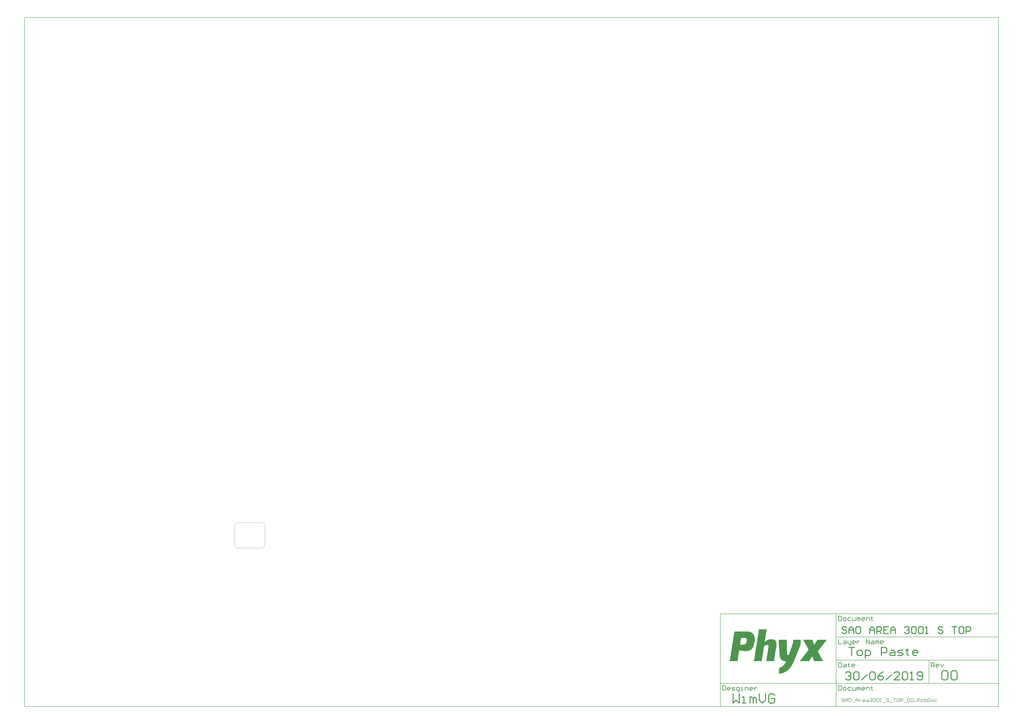
<source format=gtp>
G04*
G04 #@! TF.GenerationSoftware,Altium Limited,Altium Designer,18.1.11 (251)*
G04*
G04 Layer_Color=8421504*
%FSLAX25Y25*%
%MOIN*%
G70*
G01*
G75*
%ADD10C,0.01575*%
%ADD11C,0.00394*%
%ADD12C,0.00787*%
%ADD13C,0.00984*%
G36*
X872201Y-141778D02*
X873919D01*
Y-142065D01*
X874778D01*
Y-142351D01*
X875637D01*
Y-142637D01*
X876496D01*
Y-142924D01*
X877069D01*
Y-143210D01*
X877355D01*
Y-143496D01*
X877928D01*
Y-143783D01*
X878214D01*
Y-144069D01*
X878786D01*
Y-144355D01*
X879073D01*
Y-144641D01*
X879359D01*
Y-144928D01*
X879646D01*
Y-145214D01*
X879932D01*
Y-145501D01*
X880218D01*
Y-145787D01*
X880504D01*
Y-146073D01*
Y-146359D01*
X880791D01*
Y-146646D01*
X881077D01*
Y-146932D01*
Y-147218D01*
X881363D01*
Y-147505D01*
X881650D01*
Y-147791D01*
Y-148077D01*
X881936D01*
Y-148364D01*
Y-148650D01*
Y-148936D01*
X882222D01*
Y-149223D01*
Y-149509D01*
Y-149795D01*
X882509D01*
Y-150082D01*
Y-150368D01*
Y-150654D01*
Y-150940D01*
X882795D01*
Y-151227D01*
Y-151513D01*
Y-151799D01*
Y-152086D01*
Y-152372D01*
X883081D01*
Y-152658D01*
Y-152945D01*
Y-153231D01*
Y-153517D01*
Y-153804D01*
Y-154090D01*
Y-154376D01*
Y-154663D01*
Y-154949D01*
Y-155235D01*
Y-155521D01*
Y-155808D01*
Y-156094D01*
Y-156380D01*
Y-156667D01*
Y-156953D01*
Y-157239D01*
Y-157526D01*
Y-157812D01*
Y-158098D01*
X882795D01*
Y-158385D01*
Y-158671D01*
Y-158957D01*
Y-159244D01*
Y-159530D01*
Y-159816D01*
Y-160102D01*
X882509D01*
Y-160389D01*
Y-160675D01*
Y-160961D01*
Y-161248D01*
Y-161534D01*
X882222D01*
Y-161820D01*
Y-162107D01*
Y-162393D01*
Y-162679D01*
Y-162966D01*
X881936D01*
Y-163252D01*
Y-163538D01*
Y-163824D01*
X881650D01*
Y-164111D01*
Y-164397D01*
Y-164683D01*
Y-164970D01*
X881363D01*
Y-165256D01*
Y-165542D01*
Y-165829D01*
X881077D01*
Y-166115D01*
Y-166401D01*
X880791D01*
Y-166688D01*
Y-166974D01*
Y-167260D01*
X880504D01*
Y-167547D01*
Y-167833D01*
X880218D01*
Y-168119D01*
Y-168405D01*
X879932D01*
Y-168692D01*
Y-168978D01*
X879646D01*
Y-169264D01*
X879359D01*
Y-169551D01*
Y-169837D01*
X879073D01*
Y-170123D01*
X878786D01*
Y-170410D01*
X878500D01*
Y-170696D01*
Y-170982D01*
X878214D01*
Y-171269D01*
X877928D01*
Y-171555D01*
X877641D01*
Y-171841D01*
X877355D01*
Y-172127D01*
X877069D01*
Y-172414D01*
X876496D01*
Y-172700D01*
X876210D01*
Y-172986D01*
X875637D01*
Y-173273D01*
X875351D01*
Y-173559D01*
X874778D01*
Y-173845D01*
X873919D01*
Y-174132D01*
X873060D01*
Y-174418D01*
X872201D01*
Y-174704D01*
X870483D01*
Y-174991D01*
X865330D01*
Y-174704D01*
X862753D01*
Y-174418D01*
X860749D01*
Y-174132D01*
X859317D01*
Y-173845D01*
X857886D01*
Y-173559D01*
X856454D01*
Y-173845D01*
Y-174132D01*
Y-174418D01*
Y-174704D01*
Y-174991D01*
Y-175277D01*
Y-175563D01*
X856168D01*
Y-175850D01*
Y-176136D01*
Y-176422D01*
Y-176709D01*
Y-176995D01*
Y-177281D01*
X855882D01*
Y-177568D01*
Y-177854D01*
Y-178140D01*
Y-178426D01*
Y-178713D01*
Y-178999D01*
X855595D01*
Y-179285D01*
Y-179572D01*
Y-179858D01*
Y-180144D01*
Y-180431D01*
Y-180717D01*
Y-181003D01*
X855309D01*
Y-181290D01*
Y-181576D01*
Y-181862D01*
Y-182149D01*
Y-182435D01*
Y-182721D01*
X855023D01*
Y-183007D01*
Y-183294D01*
Y-183580D01*
Y-183866D01*
Y-184153D01*
Y-184439D01*
X854736D01*
Y-184725D01*
Y-185012D01*
Y-185298D01*
Y-185584D01*
Y-185871D01*
Y-186157D01*
Y-186443D01*
X854450D01*
Y-186730D01*
Y-187016D01*
Y-187302D01*
Y-187588D01*
Y-187875D01*
Y-188161D01*
X854164D01*
Y-188447D01*
Y-188734D01*
Y-189020D01*
Y-189306D01*
Y-189593D01*
Y-189879D01*
X853877D01*
Y-190165D01*
Y-190452D01*
Y-190738D01*
Y-191024D01*
Y-191311D01*
Y-191597D01*
Y-191883D01*
X840421D01*
Y-191597D01*
X840707D01*
Y-191311D01*
Y-191024D01*
Y-190738D01*
Y-190452D01*
Y-190165D01*
X840993D01*
Y-189879D01*
Y-189593D01*
Y-189306D01*
Y-189020D01*
Y-188734D01*
Y-188447D01*
Y-188161D01*
X841280D01*
Y-187875D01*
Y-187588D01*
Y-187302D01*
Y-187016D01*
Y-186730D01*
Y-186443D01*
X841566D01*
Y-186157D01*
Y-185871D01*
Y-185584D01*
Y-185298D01*
Y-185012D01*
Y-184725D01*
X841852D01*
Y-184439D01*
Y-184153D01*
Y-183866D01*
Y-183580D01*
Y-183294D01*
Y-183007D01*
Y-182721D01*
X842138D01*
Y-182435D01*
Y-182149D01*
Y-181862D01*
Y-181576D01*
Y-181290D01*
Y-181003D01*
X842425D01*
Y-180717D01*
Y-180431D01*
Y-180144D01*
Y-179858D01*
Y-179572D01*
Y-179285D01*
X842711D01*
Y-178999D01*
Y-178713D01*
Y-178426D01*
Y-178140D01*
Y-177854D01*
Y-177568D01*
X842997D01*
Y-177281D01*
Y-176995D01*
Y-176709D01*
Y-176422D01*
Y-176136D01*
Y-175850D01*
Y-175563D01*
X843284D01*
Y-175277D01*
Y-174991D01*
Y-174704D01*
Y-174418D01*
Y-174132D01*
Y-173845D01*
X843570D01*
Y-173559D01*
Y-173273D01*
Y-172986D01*
Y-172700D01*
Y-172414D01*
Y-172127D01*
X843856D01*
Y-171841D01*
Y-171555D01*
Y-171269D01*
Y-170982D01*
Y-170696D01*
Y-170410D01*
X844143D01*
Y-170123D01*
Y-169837D01*
Y-169551D01*
Y-169264D01*
Y-168978D01*
Y-168692D01*
Y-168405D01*
X844429D01*
Y-168119D01*
Y-167833D01*
Y-167547D01*
Y-167260D01*
Y-166974D01*
Y-166688D01*
X844715D01*
Y-166401D01*
Y-166115D01*
Y-165829D01*
Y-165542D01*
Y-165256D01*
Y-164970D01*
X845002D01*
Y-164683D01*
Y-164397D01*
Y-164111D01*
Y-163824D01*
Y-163538D01*
Y-163252D01*
Y-162966D01*
X845288D01*
Y-162679D01*
Y-162393D01*
Y-162107D01*
Y-161820D01*
Y-161534D01*
Y-161248D01*
X845574D01*
Y-160961D01*
Y-160675D01*
Y-160389D01*
Y-160102D01*
Y-159816D01*
Y-159530D01*
X845861D01*
Y-159244D01*
Y-158957D01*
Y-158671D01*
Y-158385D01*
Y-158098D01*
Y-157812D01*
X846147D01*
Y-157526D01*
Y-157239D01*
Y-156953D01*
Y-156667D01*
Y-156380D01*
Y-156094D01*
Y-155808D01*
X846433D01*
Y-155521D01*
Y-155235D01*
Y-154949D01*
Y-154663D01*
Y-154376D01*
Y-154090D01*
X846719D01*
Y-153804D01*
Y-153517D01*
Y-153231D01*
Y-152945D01*
Y-152658D01*
Y-152372D01*
X847006D01*
Y-152086D01*
Y-151799D01*
Y-151513D01*
Y-151227D01*
Y-150940D01*
Y-150654D01*
Y-150368D01*
X847292D01*
Y-150082D01*
Y-149795D01*
Y-149509D01*
Y-149223D01*
Y-148936D01*
Y-148650D01*
X847578D01*
Y-148364D01*
Y-148077D01*
Y-147791D01*
Y-147505D01*
Y-147218D01*
Y-146932D01*
X847865D01*
Y-146646D01*
Y-146359D01*
Y-146073D01*
Y-145787D01*
Y-145501D01*
Y-145214D01*
Y-144928D01*
X848151D01*
Y-144641D01*
Y-144355D01*
Y-144069D01*
Y-143783D01*
Y-143496D01*
Y-143210D01*
X848437D01*
Y-142924D01*
Y-142637D01*
Y-142351D01*
Y-142065D01*
Y-141778D01*
Y-141492D01*
X872201D01*
Y-141778D01*
D02*
G37*
G36*
X903409Y-138343D02*
Y-138629D01*
X903123D01*
Y-138915D01*
Y-139202D01*
Y-139488D01*
Y-139774D01*
Y-140060D01*
Y-140347D01*
X902837D01*
Y-140633D01*
Y-140919D01*
Y-141206D01*
Y-141492D01*
Y-141778D01*
Y-142065D01*
X902551D01*
Y-142351D01*
Y-142637D01*
Y-142924D01*
Y-143210D01*
Y-143496D01*
Y-143783D01*
Y-144069D01*
X902264D01*
Y-144355D01*
Y-144641D01*
Y-144928D01*
Y-145214D01*
Y-145501D01*
Y-145787D01*
X901978D01*
Y-146073D01*
Y-146359D01*
Y-146646D01*
Y-146932D01*
Y-147218D01*
Y-147505D01*
X901692D01*
Y-147791D01*
Y-148077D01*
Y-148364D01*
Y-148650D01*
Y-148936D01*
Y-149223D01*
Y-149509D01*
X901405D01*
Y-149795D01*
Y-150082D01*
Y-150368D01*
Y-150654D01*
Y-150940D01*
Y-151227D01*
X901119D01*
Y-151513D01*
Y-151799D01*
Y-152086D01*
Y-152372D01*
Y-152658D01*
Y-152945D01*
X900833D01*
Y-153231D01*
Y-153517D01*
Y-153804D01*
Y-154090D01*
Y-154376D01*
Y-154663D01*
X900546D01*
Y-154949D01*
Y-155235D01*
Y-155521D01*
Y-155808D01*
Y-156094D01*
Y-156380D01*
Y-156667D01*
X900260D01*
Y-156953D01*
Y-157239D01*
Y-157526D01*
Y-157812D01*
Y-158098D01*
Y-158385D01*
X899974D01*
Y-158671D01*
Y-158957D01*
X900546D01*
Y-158671D01*
X900833D01*
Y-158385D01*
X901119D01*
Y-158098D01*
X901692D01*
Y-157812D01*
X901978D01*
Y-157526D01*
X902264D01*
Y-157239D01*
X902837D01*
Y-156953D01*
X903409D01*
Y-156667D01*
X903696D01*
Y-156380D01*
X904268D01*
Y-156094D01*
X905127D01*
Y-155808D01*
X905700D01*
Y-155521D01*
X906559D01*
Y-155235D01*
X907990D01*
Y-154949D01*
X914289D01*
Y-155235D01*
X915435D01*
Y-155521D01*
X916294D01*
Y-155808D01*
X916866D01*
Y-156094D01*
X917153D01*
Y-156380D01*
X917725D01*
Y-156667D01*
X918011D01*
Y-156953D01*
X918298D01*
Y-157239D01*
X918584D01*
Y-157526D01*
X918870D01*
Y-157812D01*
Y-158098D01*
X919157D01*
Y-158385D01*
Y-158671D01*
X919443D01*
Y-158957D01*
Y-159244D01*
Y-159530D01*
X919729D01*
Y-159816D01*
Y-160102D01*
Y-160389D01*
Y-160675D01*
X920016D01*
Y-160961D01*
Y-161248D01*
Y-161534D01*
Y-161820D01*
Y-162107D01*
Y-162393D01*
Y-162679D01*
Y-162966D01*
Y-163252D01*
Y-163538D01*
Y-163824D01*
Y-164111D01*
Y-164397D01*
Y-164683D01*
Y-164970D01*
Y-165256D01*
Y-165542D01*
Y-165829D01*
X919729D01*
Y-166115D01*
Y-166401D01*
Y-166688D01*
Y-166974D01*
Y-167260D01*
Y-167547D01*
Y-167833D01*
X919443D01*
Y-168119D01*
Y-168405D01*
Y-168692D01*
Y-168978D01*
Y-169264D01*
Y-169551D01*
Y-169837D01*
X919157D01*
Y-170123D01*
Y-170410D01*
Y-170696D01*
Y-170982D01*
Y-171269D01*
Y-171555D01*
X918870D01*
Y-171841D01*
Y-172127D01*
Y-172414D01*
Y-172700D01*
Y-172986D01*
Y-173273D01*
X918584D01*
Y-173559D01*
Y-173845D01*
Y-174132D01*
Y-174418D01*
Y-174704D01*
Y-174991D01*
X918298D01*
Y-175277D01*
Y-175563D01*
Y-175850D01*
Y-176136D01*
Y-176422D01*
Y-176709D01*
Y-176995D01*
X918011D01*
Y-177281D01*
Y-177568D01*
Y-177854D01*
Y-178140D01*
Y-178426D01*
Y-178713D01*
X917725D01*
Y-178999D01*
Y-179285D01*
Y-179572D01*
Y-179858D01*
Y-180144D01*
Y-180431D01*
X917439D01*
Y-180717D01*
Y-181003D01*
Y-181290D01*
Y-181576D01*
Y-181862D01*
Y-182149D01*
Y-182435D01*
X917153D01*
Y-182721D01*
Y-183007D01*
Y-183294D01*
Y-183580D01*
Y-183866D01*
Y-184153D01*
X916866D01*
Y-184439D01*
Y-184725D01*
Y-185012D01*
Y-185298D01*
Y-185584D01*
Y-185871D01*
X916580D01*
Y-186157D01*
Y-186443D01*
Y-186730D01*
Y-187016D01*
Y-187302D01*
Y-187588D01*
X916294D01*
Y-187875D01*
Y-188161D01*
Y-188447D01*
Y-188734D01*
Y-189020D01*
Y-189306D01*
Y-189593D01*
X916007D01*
Y-189879D01*
Y-190165D01*
Y-190452D01*
Y-190738D01*
Y-191024D01*
Y-191311D01*
X915721D01*
Y-191597D01*
Y-191883D01*
X902551D01*
Y-191597D01*
Y-191311D01*
X902837D01*
Y-191024D01*
Y-190738D01*
Y-190452D01*
Y-190165D01*
Y-189879D01*
Y-189593D01*
X903123D01*
Y-189306D01*
Y-189020D01*
Y-188734D01*
Y-188447D01*
Y-188161D01*
Y-187875D01*
Y-187588D01*
X903409D01*
Y-187302D01*
Y-187016D01*
Y-186730D01*
Y-186443D01*
Y-186157D01*
Y-185871D01*
X903696D01*
Y-185584D01*
Y-185298D01*
Y-185012D01*
Y-184725D01*
Y-184439D01*
Y-184153D01*
X903982D01*
Y-183866D01*
Y-183580D01*
Y-183294D01*
Y-183007D01*
Y-182721D01*
Y-182435D01*
Y-182149D01*
X904268D01*
Y-181862D01*
Y-181576D01*
Y-181290D01*
Y-181003D01*
Y-180717D01*
Y-180431D01*
X904555D01*
Y-180144D01*
Y-179858D01*
Y-179572D01*
Y-179285D01*
Y-178999D01*
Y-178713D01*
Y-178426D01*
X904841D01*
Y-178140D01*
Y-177854D01*
Y-177568D01*
Y-177281D01*
Y-176995D01*
Y-176709D01*
X905127D01*
Y-176422D01*
Y-176136D01*
Y-175850D01*
Y-175563D01*
Y-175277D01*
Y-174991D01*
X905414D01*
Y-174704D01*
Y-174418D01*
Y-174132D01*
Y-173845D01*
Y-173559D01*
Y-173273D01*
X905700D01*
Y-172986D01*
Y-172700D01*
Y-172414D01*
Y-172127D01*
Y-171841D01*
Y-171555D01*
Y-171269D01*
X905986D01*
Y-170982D01*
Y-170696D01*
Y-170410D01*
Y-170123D01*
Y-169837D01*
Y-169551D01*
X906273D01*
Y-169264D01*
Y-168978D01*
Y-168692D01*
Y-168405D01*
Y-168119D01*
Y-167833D01*
Y-167547D01*
X906559D01*
Y-167260D01*
Y-166974D01*
Y-166688D01*
Y-166401D01*
Y-166115D01*
Y-165829D01*
X906273D01*
Y-165542D01*
Y-165256D01*
X905986D01*
Y-164970D01*
X905700D01*
Y-164683D01*
X905127D01*
Y-164397D01*
X903409D01*
Y-164683D01*
X901978D01*
Y-164970D01*
X901119D01*
Y-165256D01*
X900546D01*
Y-165542D01*
X900260D01*
Y-165829D01*
X899687D01*
Y-166115D01*
X899401D01*
Y-166401D01*
X899115D01*
Y-166688D01*
Y-166974D01*
X898828D01*
Y-167260D01*
Y-167547D01*
Y-167833D01*
X898542D01*
Y-168119D01*
Y-168405D01*
Y-168692D01*
Y-168978D01*
Y-169264D01*
Y-169551D01*
X898256D01*
Y-169837D01*
Y-170123D01*
Y-170410D01*
Y-170696D01*
Y-170982D01*
Y-171269D01*
Y-171555D01*
X897970D01*
Y-171841D01*
Y-172127D01*
Y-172414D01*
Y-172700D01*
Y-172986D01*
Y-173273D01*
X897683D01*
Y-173559D01*
Y-173845D01*
Y-174132D01*
Y-174418D01*
Y-174704D01*
Y-174991D01*
X897397D01*
Y-175277D01*
Y-175563D01*
Y-175850D01*
Y-176136D01*
Y-176422D01*
Y-176709D01*
X897111D01*
Y-176995D01*
Y-177281D01*
Y-177568D01*
Y-177854D01*
Y-178140D01*
Y-178426D01*
Y-178713D01*
X896824D01*
Y-178999D01*
Y-179285D01*
Y-179572D01*
Y-179858D01*
Y-180144D01*
Y-180431D01*
X896538D01*
Y-180717D01*
Y-181003D01*
Y-181290D01*
Y-181576D01*
Y-181862D01*
Y-182149D01*
X896252D01*
Y-182435D01*
Y-182721D01*
Y-183007D01*
Y-183294D01*
Y-183580D01*
Y-183866D01*
Y-184153D01*
X895965D01*
Y-184439D01*
Y-184725D01*
Y-185012D01*
Y-185298D01*
Y-185584D01*
Y-185871D01*
X895679D01*
Y-186157D01*
Y-186443D01*
Y-186730D01*
Y-187016D01*
Y-187302D01*
Y-187588D01*
X895393D01*
Y-187875D01*
Y-188161D01*
Y-188447D01*
Y-188734D01*
Y-189020D01*
Y-189306D01*
X895106D01*
Y-189593D01*
Y-189879D01*
Y-190165D01*
Y-190452D01*
Y-190738D01*
Y-191024D01*
Y-191311D01*
X894820D01*
Y-191597D01*
Y-191883D01*
X881650D01*
Y-191597D01*
Y-191311D01*
X881936D01*
Y-191024D01*
Y-190738D01*
Y-190452D01*
Y-190165D01*
Y-189879D01*
Y-189593D01*
Y-189306D01*
X882222D01*
Y-189020D01*
Y-188734D01*
Y-188447D01*
Y-188161D01*
Y-187875D01*
Y-187588D01*
X882509D01*
Y-187302D01*
Y-187016D01*
Y-186730D01*
Y-186443D01*
Y-186157D01*
Y-185871D01*
X882795D01*
Y-185584D01*
Y-185298D01*
Y-185012D01*
Y-184725D01*
Y-184439D01*
Y-184153D01*
Y-183866D01*
X883081D01*
Y-183580D01*
Y-183294D01*
Y-183007D01*
Y-182721D01*
Y-182435D01*
Y-182149D01*
X883368D01*
Y-181862D01*
Y-181576D01*
Y-181290D01*
Y-181003D01*
Y-180717D01*
Y-180431D01*
X883654D01*
Y-180144D01*
Y-179858D01*
Y-179572D01*
Y-179285D01*
Y-178999D01*
Y-178713D01*
X883940D01*
Y-178426D01*
Y-178140D01*
Y-177854D01*
Y-177568D01*
Y-177281D01*
Y-176995D01*
Y-176709D01*
X884227D01*
Y-176422D01*
Y-176136D01*
Y-175850D01*
Y-175563D01*
Y-175277D01*
Y-174991D01*
X884513D01*
Y-174704D01*
Y-174418D01*
Y-174132D01*
Y-173845D01*
Y-173559D01*
Y-173273D01*
X884799D01*
Y-172986D01*
Y-172700D01*
Y-172414D01*
Y-172127D01*
Y-171841D01*
Y-171555D01*
Y-171269D01*
X885085D01*
Y-170982D01*
Y-170696D01*
Y-170410D01*
Y-170123D01*
Y-169837D01*
Y-169551D01*
X885372D01*
Y-169264D01*
Y-168978D01*
Y-168692D01*
Y-168405D01*
Y-168119D01*
Y-167833D01*
X885658D01*
Y-167547D01*
Y-167260D01*
Y-166974D01*
Y-166688D01*
Y-166401D01*
Y-166115D01*
X885944D01*
Y-165829D01*
Y-165542D01*
Y-165256D01*
Y-164970D01*
Y-164683D01*
Y-164397D01*
Y-164111D01*
X886231D01*
Y-163824D01*
Y-163538D01*
Y-163252D01*
Y-162966D01*
Y-162679D01*
Y-162393D01*
X886517D01*
Y-162107D01*
Y-161820D01*
Y-161534D01*
Y-161248D01*
Y-160961D01*
Y-160675D01*
X886803D01*
Y-160389D01*
Y-160102D01*
Y-159816D01*
Y-159530D01*
Y-159244D01*
Y-158957D01*
X887090D01*
Y-158671D01*
Y-158385D01*
Y-158098D01*
Y-157812D01*
Y-157526D01*
Y-157239D01*
Y-156953D01*
X887376D01*
Y-156667D01*
Y-156380D01*
Y-156094D01*
Y-155808D01*
Y-155521D01*
Y-155235D01*
X887662D01*
Y-154949D01*
Y-154663D01*
Y-154376D01*
Y-154090D01*
Y-153804D01*
Y-153517D01*
X887949D01*
Y-153231D01*
Y-152945D01*
Y-152658D01*
Y-152372D01*
Y-152086D01*
Y-151799D01*
Y-151513D01*
X888235D01*
Y-151227D01*
Y-150940D01*
Y-150654D01*
Y-150368D01*
Y-150082D01*
Y-149795D01*
X888521D01*
Y-149509D01*
Y-149223D01*
Y-148936D01*
Y-148650D01*
Y-148364D01*
Y-148077D01*
X888807D01*
Y-147791D01*
Y-147505D01*
Y-147218D01*
Y-146932D01*
Y-146646D01*
Y-146359D01*
X889094D01*
Y-146073D01*
Y-145787D01*
Y-145501D01*
Y-145214D01*
Y-144928D01*
Y-144641D01*
Y-144355D01*
X889380D01*
Y-144069D01*
Y-143783D01*
Y-143496D01*
Y-143210D01*
Y-142924D01*
Y-142637D01*
X889666D01*
Y-142351D01*
Y-142065D01*
Y-141778D01*
Y-141492D01*
Y-141206D01*
Y-140919D01*
X889953D01*
Y-140633D01*
Y-140347D01*
Y-140060D01*
Y-139774D01*
Y-139488D01*
Y-139202D01*
Y-138915D01*
X890239D01*
Y-138629D01*
Y-138343D01*
Y-138056D01*
X903409D01*
Y-138343D01*
D02*
G37*
G36*
X1005337Y-155808D02*
X1005050D01*
Y-156094D01*
X1004764D01*
Y-156380D01*
Y-156667D01*
X1004478D01*
Y-156953D01*
X1004192D01*
Y-157239D01*
X1003905D01*
Y-157526D01*
Y-157812D01*
X1003619D01*
Y-158098D01*
X1003333D01*
Y-158385D01*
X1003046D01*
Y-158671D01*
X1002760D01*
Y-158957D01*
Y-159244D01*
X1002474D01*
Y-159530D01*
X1002187D01*
Y-159816D01*
X1001901D01*
Y-160102D01*
Y-160389D01*
X1001615D01*
Y-160675D01*
X1001328D01*
Y-160961D01*
X1001042D01*
Y-161248D01*
X1000756D01*
Y-161534D01*
Y-161820D01*
X1000469D01*
Y-162107D01*
X1000183D01*
Y-162393D01*
X999897D01*
Y-162679D01*
Y-162966D01*
X999611D01*
Y-163252D01*
X999324D01*
Y-163538D01*
X999038D01*
Y-163824D01*
Y-164111D01*
X998752D01*
Y-164397D01*
X998465D01*
Y-164683D01*
X998179D01*
Y-164970D01*
X997893D01*
Y-165256D01*
Y-165542D01*
X997606D01*
Y-165829D01*
X997320D01*
Y-166115D01*
X997034D01*
Y-166401D01*
Y-166688D01*
X996747D01*
Y-166974D01*
X996461D01*
Y-167260D01*
X996175D01*
Y-167547D01*
Y-167833D01*
X995889D01*
Y-168119D01*
X995602D01*
Y-168405D01*
X995316D01*
Y-168692D01*
X995030D01*
Y-168978D01*
Y-169264D01*
X994743D01*
Y-169551D01*
X994457D01*
Y-169837D01*
X994171D01*
Y-170123D01*
Y-170410D01*
X993884D01*
Y-170696D01*
X993598D01*
Y-170982D01*
X993312D01*
Y-171269D01*
Y-171555D01*
X993025D01*
Y-171841D01*
X992739D01*
Y-172127D01*
X992453D01*
Y-172414D01*
X992166D01*
Y-172700D01*
Y-172986D01*
X991880D01*
Y-173273D01*
X991594D01*
Y-173559D01*
X991308D01*
Y-173845D01*
Y-174132D01*
X991021D01*
Y-174418D01*
X990735D01*
Y-174704D01*
X990449D01*
Y-174991D01*
X990162D01*
Y-175277D01*
Y-175563D01*
X990449D01*
Y-175850D01*
Y-176136D01*
X990735D01*
Y-176422D01*
Y-176709D01*
X991021D01*
Y-176995D01*
X991308D01*
Y-177281D01*
Y-177568D01*
X991594D01*
Y-177854D01*
Y-178140D01*
X991880D01*
Y-178426D01*
Y-178713D01*
X992166D01*
Y-178999D01*
Y-179285D01*
X992453D01*
Y-179572D01*
Y-179858D01*
X992739D01*
Y-180144D01*
Y-180431D01*
X993025D01*
Y-180717D01*
Y-181003D01*
X993312D01*
Y-181290D01*
Y-181576D01*
X993598D01*
Y-181862D01*
X993884D01*
Y-182149D01*
Y-182435D01*
X994171D01*
Y-182721D01*
Y-183007D01*
X994457D01*
Y-183294D01*
Y-183580D01*
X994743D01*
Y-183866D01*
Y-184153D01*
X995030D01*
Y-184439D01*
Y-184725D01*
X995316D01*
Y-185012D01*
Y-185298D01*
X995602D01*
Y-185584D01*
Y-185871D01*
X995889D01*
Y-186157D01*
X996175D01*
Y-186443D01*
Y-186730D01*
X996461D01*
Y-187016D01*
Y-187302D01*
X996747D01*
Y-187588D01*
Y-187875D01*
X997034D01*
Y-188161D01*
Y-188447D01*
X997320D01*
Y-188734D01*
Y-189020D01*
X997606D01*
Y-189306D01*
Y-189593D01*
X997893D01*
Y-189879D01*
Y-190165D01*
X998179D01*
Y-190452D01*
X998465D01*
Y-190738D01*
Y-191024D01*
X998752D01*
Y-191311D01*
Y-191597D01*
X999038D01*
Y-191883D01*
X983863D01*
Y-191597D01*
X983577D01*
Y-191311D01*
Y-191024D01*
Y-190738D01*
X983291D01*
Y-190452D01*
Y-190165D01*
Y-189879D01*
X983004D01*
Y-189593D01*
Y-189306D01*
X982718D01*
Y-189020D01*
Y-188734D01*
Y-188447D01*
X982432D01*
Y-188161D01*
Y-187875D01*
Y-187588D01*
X982146D01*
Y-187302D01*
Y-187016D01*
X981859D01*
Y-186730D01*
Y-186443D01*
Y-186157D01*
X981573D01*
Y-185871D01*
Y-185584D01*
Y-185298D01*
X981287D01*
Y-185012D01*
Y-184725D01*
Y-184439D01*
X981000D01*
Y-184153D01*
X980428D01*
Y-184439D01*
Y-184725D01*
X980141D01*
Y-185012D01*
X979855D01*
Y-185298D01*
Y-185584D01*
X979569D01*
Y-185871D01*
X979282D01*
Y-186157D01*
Y-186443D01*
X978996D01*
Y-186730D01*
X978710D01*
Y-187016D01*
Y-187302D01*
X978423D01*
Y-187588D01*
X978137D01*
Y-187875D01*
X977851D01*
Y-188161D01*
Y-188447D01*
X977565D01*
Y-188734D01*
X977278D01*
Y-189020D01*
Y-189306D01*
X976992D01*
Y-189593D01*
X976705D01*
Y-189879D01*
Y-190165D01*
X976419D01*
Y-190452D01*
X976133D01*
Y-190738D01*
Y-191024D01*
X975847D01*
Y-191311D01*
X975560D01*
Y-191597D01*
Y-191883D01*
X959527D01*
Y-191597D01*
X959813D01*
Y-191311D01*
X960099D01*
Y-191024D01*
X960386D01*
Y-190738D01*
X960672D01*
Y-190452D01*
Y-190165D01*
X960958D01*
Y-189879D01*
X961245D01*
Y-189593D01*
X961531D01*
Y-189306D01*
X961817D01*
Y-189020D01*
Y-188734D01*
X962104D01*
Y-188447D01*
X962390D01*
Y-188161D01*
X962676D01*
Y-187875D01*
Y-187588D01*
X962963D01*
Y-187302D01*
X963249D01*
Y-187016D01*
X963535D01*
Y-186730D01*
X963822D01*
Y-186443D01*
Y-186157D01*
X964108D01*
Y-185871D01*
X964394D01*
Y-185584D01*
X964680D01*
Y-185298D01*
X964967D01*
Y-185012D01*
Y-184725D01*
X965253D01*
Y-184439D01*
X965539D01*
Y-184153D01*
X965826D01*
Y-183866D01*
Y-183580D01*
X966112D01*
Y-183294D01*
X966398D01*
Y-183007D01*
X966685D01*
Y-182721D01*
X966971D01*
Y-182435D01*
Y-182149D01*
X967257D01*
Y-181862D01*
X967544D01*
Y-181576D01*
X967830D01*
Y-181290D01*
Y-181003D01*
X968116D01*
Y-180717D01*
X968402D01*
Y-180431D01*
X968689D01*
Y-180144D01*
X968975D01*
Y-179858D01*
Y-179572D01*
X969261D01*
Y-179285D01*
X969548D01*
Y-178999D01*
X969834D01*
Y-178713D01*
Y-178426D01*
X970120D01*
Y-178140D01*
X970407D01*
Y-177854D01*
X970693D01*
Y-177568D01*
X970979D01*
Y-177281D01*
Y-176995D01*
X971266D01*
Y-176709D01*
X971552D01*
Y-176422D01*
X971838D01*
Y-176136D01*
X972124D01*
Y-175850D01*
Y-175563D01*
X972411D01*
Y-175277D01*
X972697D01*
Y-174991D01*
X972983D01*
Y-174704D01*
Y-174418D01*
X973270D01*
Y-174132D01*
X973556D01*
Y-173845D01*
X973842D01*
Y-173559D01*
X974129D01*
Y-173273D01*
Y-172986D01*
X974415D01*
Y-172700D01*
Y-172414D01*
Y-172127D01*
X974129D01*
Y-171841D01*
X973842D01*
Y-171555D01*
Y-171269D01*
X973556D01*
Y-170982D01*
Y-170696D01*
X973270D01*
Y-170410D01*
Y-170123D01*
X972983D01*
Y-169837D01*
Y-169551D01*
X972697D01*
Y-169264D01*
Y-168978D01*
X972411D01*
Y-168692D01*
Y-168405D01*
X972124D01*
Y-168119D01*
X971838D01*
Y-167833D01*
Y-167547D01*
X971552D01*
Y-167260D01*
Y-166974D01*
X971266D01*
Y-166688D01*
Y-166401D01*
X970979D01*
Y-166115D01*
Y-165829D01*
X970693D01*
Y-165542D01*
Y-165256D01*
X970407D01*
Y-164970D01*
Y-164683D01*
X970120D01*
Y-164397D01*
X969834D01*
Y-164111D01*
Y-163824D01*
X969548D01*
Y-163538D01*
Y-163252D01*
X969261D01*
Y-162966D01*
Y-162679D01*
X968975D01*
Y-162393D01*
Y-162107D01*
X968689D01*
Y-161820D01*
Y-161534D01*
X968402D01*
Y-161248D01*
Y-160961D01*
X968116D01*
Y-160675D01*
Y-160389D01*
X967830D01*
Y-160102D01*
X967544D01*
Y-159816D01*
Y-159530D01*
X967257D01*
Y-159244D01*
Y-158957D01*
X966971D01*
Y-158671D01*
Y-158385D01*
X966685D01*
Y-158098D01*
Y-157812D01*
X966398D01*
Y-157526D01*
Y-157239D01*
X966112D01*
Y-156953D01*
Y-156667D01*
X965826D01*
Y-156380D01*
X965539D01*
Y-156094D01*
Y-155808D01*
X965253D01*
Y-155521D01*
X981000D01*
Y-155808D01*
X981287D01*
Y-156094D01*
Y-156380D01*
Y-156667D01*
X981573D01*
Y-156953D01*
Y-157239D01*
Y-157526D01*
X981859D01*
Y-157812D01*
Y-158098D01*
Y-158385D01*
X982146D01*
Y-158671D01*
Y-158957D01*
Y-159244D01*
X982432D01*
Y-159530D01*
Y-159816D01*
Y-160102D01*
X982718D01*
Y-160389D01*
Y-160675D01*
Y-160961D01*
X983004D01*
Y-161248D01*
Y-161534D01*
Y-161820D01*
X983291D01*
Y-162107D01*
Y-162393D01*
Y-162679D01*
X983577D01*
Y-162966D01*
Y-163252D01*
Y-163538D01*
Y-163824D01*
X984150D01*
Y-163538D01*
X984436D01*
Y-163252D01*
X984722D01*
Y-162966D01*
Y-162679D01*
X985009D01*
Y-162393D01*
X985295D01*
Y-162107D01*
Y-161820D01*
X985581D01*
Y-161534D01*
X985868D01*
Y-161248D01*
Y-160961D01*
X986154D01*
Y-160675D01*
X986440D01*
Y-160389D01*
Y-160102D01*
X986726D01*
Y-159816D01*
X987013D01*
Y-159530D01*
Y-159244D01*
X987299D01*
Y-158957D01*
X987585D01*
Y-158671D01*
Y-158385D01*
X987872D01*
Y-158098D01*
X988158D01*
Y-157812D01*
Y-157526D01*
X988444D01*
Y-157239D01*
X988731D01*
Y-156953D01*
Y-156667D01*
X989017D01*
Y-156380D01*
X989303D01*
Y-156094D01*
Y-155808D01*
X989590D01*
Y-155521D01*
X1005337D01*
Y-155808D01*
D02*
G37*
G36*
X961245D02*
Y-156094D01*
Y-156380D01*
Y-156667D01*
Y-156953D01*
Y-157239D01*
Y-157526D01*
Y-157812D01*
Y-158098D01*
Y-158385D01*
Y-158671D01*
Y-158957D01*
Y-159244D01*
Y-159530D01*
Y-159816D01*
Y-160102D01*
Y-160389D01*
Y-160675D01*
Y-160961D01*
Y-161248D01*
Y-161534D01*
X960958D01*
Y-161820D01*
Y-162107D01*
Y-162393D01*
Y-162679D01*
Y-162966D01*
X960672D01*
Y-163252D01*
Y-163538D01*
Y-163824D01*
Y-164111D01*
X960386D01*
Y-164397D01*
Y-164683D01*
Y-164970D01*
Y-165256D01*
X960099D01*
Y-165542D01*
Y-165829D01*
Y-166115D01*
X959813D01*
Y-166401D01*
Y-166688D01*
Y-166974D01*
X959527D01*
Y-167260D01*
Y-167547D01*
Y-167833D01*
X959241D01*
Y-168119D01*
Y-168405D01*
Y-168692D01*
X958954D01*
Y-168978D01*
Y-169264D01*
X958668D01*
Y-169551D01*
Y-169837D01*
X958381D01*
Y-170123D01*
Y-170410D01*
Y-170696D01*
X958095D01*
Y-170982D01*
Y-171269D01*
X957809D01*
Y-171555D01*
Y-171841D01*
Y-172127D01*
X957523D01*
Y-172414D01*
Y-172700D01*
X957236D01*
Y-172986D01*
Y-173273D01*
Y-173559D01*
X956950D01*
Y-173845D01*
Y-174132D01*
X956664D01*
Y-174418D01*
Y-174704D01*
Y-174991D01*
X956377D01*
Y-175277D01*
Y-175563D01*
X956091D01*
Y-175850D01*
Y-176136D01*
Y-176422D01*
X955805D01*
Y-176709D01*
Y-176995D01*
X955518D01*
Y-177281D01*
Y-177568D01*
Y-177854D01*
X955232D01*
Y-178140D01*
Y-178426D01*
X954946D01*
Y-178713D01*
Y-178999D01*
Y-179285D01*
X954659D01*
Y-179572D01*
Y-179858D01*
X954373D01*
Y-180144D01*
Y-180431D01*
Y-180717D01*
X954087D01*
Y-181003D01*
Y-181290D01*
X953800D01*
Y-181576D01*
Y-181862D01*
Y-182149D01*
X953514D01*
Y-182435D01*
Y-182721D01*
X953228D01*
Y-183007D01*
Y-183294D01*
Y-183580D01*
X952942D01*
Y-183866D01*
Y-184153D01*
X952655D01*
Y-184439D01*
Y-184725D01*
Y-185012D01*
X952369D01*
Y-185298D01*
Y-185584D01*
X952083D01*
Y-185871D01*
Y-186157D01*
Y-186443D01*
X951796D01*
Y-186730D01*
Y-187016D01*
X951510D01*
Y-187302D01*
Y-187588D01*
Y-187875D01*
X951224D01*
Y-188161D01*
Y-188447D01*
X950937D01*
Y-188734D01*
Y-189020D01*
Y-189306D01*
X950651D01*
Y-189593D01*
Y-189879D01*
X950365D01*
Y-190165D01*
Y-190452D01*
Y-190738D01*
X950078D01*
Y-191024D01*
Y-191311D01*
X949792D01*
Y-191597D01*
Y-191883D01*
Y-192169D01*
X949506D01*
Y-192456D01*
Y-192742D01*
X949220D01*
Y-193028D01*
Y-193315D01*
X948933D01*
Y-193601D01*
Y-193887D01*
X948647D01*
Y-194174D01*
Y-194460D01*
Y-194746D01*
X948361D01*
Y-195033D01*
X948074D01*
Y-195319D01*
Y-195605D01*
Y-195891D01*
X947788D01*
Y-196178D01*
X947502D01*
Y-196464D01*
Y-196750D01*
X947215D01*
Y-197037D01*
Y-197323D01*
X946929D01*
Y-197609D01*
Y-197896D01*
X946643D01*
Y-198182D01*
Y-198468D01*
X946356D01*
Y-198755D01*
X946070D01*
Y-199041D01*
Y-199327D01*
X945784D01*
Y-199614D01*
Y-199900D01*
X945497D01*
Y-200186D01*
X945211D01*
Y-200472D01*
X944925D01*
Y-200759D01*
Y-201045D01*
X944639D01*
Y-201331D01*
X944352D01*
Y-201618D01*
Y-201904D01*
X944066D01*
Y-202190D01*
X943780D01*
Y-202477D01*
X943493D01*
Y-202763D01*
Y-203049D01*
X943207D01*
Y-203336D01*
X942921D01*
Y-203622D01*
X942634D01*
Y-203908D01*
X942348D01*
Y-204195D01*
X942062D01*
Y-204481D01*
Y-204767D01*
X941775D01*
Y-205053D01*
X941489D01*
Y-205340D01*
X941203D01*
Y-205626D01*
X940916D01*
Y-205912D01*
X940630D01*
Y-206199D01*
X940344D01*
Y-206485D01*
X940057D01*
Y-206771D01*
X939485D01*
Y-207058D01*
X939199D01*
Y-207344D01*
X938912D01*
Y-207630D01*
X938626D01*
Y-207917D01*
X938340D01*
Y-208203D01*
X937767D01*
Y-208489D01*
X937481D01*
Y-208776D01*
X936908D01*
Y-209062D01*
X936622D01*
Y-209348D01*
X936049D01*
Y-209634D01*
X935763D01*
Y-209921D01*
X935190D01*
Y-210207D01*
X934618D01*
Y-210493D01*
X934045D01*
Y-210780D01*
X933472D01*
Y-211066D01*
X932900D01*
Y-211352D01*
X932041D01*
Y-211639D01*
X931468D01*
Y-211925D01*
X930609D01*
Y-212211D01*
X929464D01*
Y-212498D01*
X928319D01*
Y-212784D01*
X926601D01*
Y-213070D01*
X924597D01*
Y-213357D01*
X924310D01*
Y-213070D01*
Y-212784D01*
Y-212498D01*
Y-212211D01*
Y-211925D01*
Y-211639D01*
Y-211352D01*
Y-211066D01*
Y-210780D01*
Y-210493D01*
Y-210207D01*
Y-209921D01*
Y-209634D01*
Y-209348D01*
Y-209062D01*
Y-208776D01*
Y-208489D01*
Y-208203D01*
Y-207917D01*
Y-207630D01*
Y-207344D01*
Y-207058D01*
Y-206771D01*
Y-206485D01*
Y-206199D01*
Y-205912D01*
Y-205626D01*
Y-205340D01*
Y-205053D01*
Y-204767D01*
Y-204481D01*
Y-204195D01*
Y-203908D01*
X924883D01*
Y-203622D01*
X925455D01*
Y-203336D01*
X926028D01*
Y-203049D01*
X926601D01*
Y-202763D01*
X927173D01*
Y-202477D01*
X927746D01*
Y-202190D01*
X928032D01*
Y-201904D01*
X928605D01*
Y-201618D01*
X928891D01*
Y-201331D01*
X929464D01*
Y-201045D01*
X929750D01*
Y-200759D01*
X930037D01*
Y-200472D01*
X930609D01*
Y-200186D01*
X930896D01*
Y-199900D01*
X931182D01*
Y-199614D01*
X931468D01*
Y-199327D01*
X931754D01*
Y-199041D01*
X932041D01*
Y-198755D01*
X932327D01*
Y-198468D01*
X932613D01*
Y-198182D01*
X932900D01*
Y-197896D01*
X933186D01*
Y-197609D01*
X933472D01*
Y-197323D01*
X933759D01*
Y-197037D01*
Y-196750D01*
X934045D01*
Y-196464D01*
X934331D01*
Y-196178D01*
X934618D01*
Y-195891D01*
Y-195605D01*
X934904D01*
Y-195319D01*
X935190D01*
Y-195033D01*
Y-194746D01*
X935476D01*
Y-194460D01*
Y-194174D01*
X935763D01*
Y-193887D01*
X936049D01*
Y-193601D01*
Y-193315D01*
X936335D01*
Y-193028D01*
Y-192742D01*
X936622D01*
Y-192456D01*
Y-192169D01*
X934904D01*
Y-191883D01*
X932900D01*
Y-191597D01*
X931754D01*
Y-191311D01*
X931182D01*
Y-191024D01*
X930323D01*
Y-190738D01*
X929750D01*
Y-190452D01*
X929464D01*
Y-190165D01*
X928891D01*
Y-189879D01*
X928605D01*
Y-189593D01*
X928319D01*
Y-189306D01*
X928032D01*
Y-189020D01*
X927746D01*
Y-188734D01*
X927460D01*
Y-188447D01*
Y-188161D01*
X927173D01*
Y-187875D01*
X926887D01*
Y-187588D01*
Y-187302D01*
X926601D01*
Y-187016D01*
Y-186730D01*
X926315D01*
Y-186443D01*
Y-186157D01*
X926028D01*
Y-185871D01*
Y-185584D01*
Y-185298D01*
X925742D01*
Y-185012D01*
Y-184725D01*
Y-184439D01*
Y-184153D01*
X925455D01*
Y-183866D01*
Y-183580D01*
Y-183294D01*
Y-183007D01*
Y-182721D01*
Y-182435D01*
Y-182149D01*
X925169D01*
Y-181862D01*
Y-181576D01*
Y-181290D01*
Y-181003D01*
Y-180717D01*
Y-180431D01*
Y-180144D01*
Y-179858D01*
Y-179572D01*
Y-179285D01*
Y-178999D01*
Y-178713D01*
Y-178426D01*
Y-178140D01*
Y-177854D01*
X924883D01*
Y-177568D01*
Y-177281D01*
Y-176995D01*
Y-176709D01*
Y-176422D01*
Y-176136D01*
Y-175850D01*
Y-175563D01*
Y-175277D01*
Y-174991D01*
Y-174704D01*
Y-174418D01*
Y-174132D01*
Y-173845D01*
Y-173559D01*
X924597D01*
Y-173273D01*
Y-172986D01*
Y-172700D01*
Y-172414D01*
Y-172127D01*
Y-171841D01*
Y-171555D01*
Y-171269D01*
Y-170982D01*
Y-170696D01*
Y-170410D01*
Y-170123D01*
Y-169837D01*
Y-169551D01*
Y-169264D01*
Y-168978D01*
X924310D01*
Y-168692D01*
Y-168405D01*
Y-168119D01*
Y-167833D01*
Y-167547D01*
Y-167260D01*
Y-166974D01*
Y-166688D01*
Y-166401D01*
Y-166115D01*
Y-165829D01*
Y-165542D01*
Y-165256D01*
Y-164970D01*
Y-164683D01*
Y-164397D01*
X924024D01*
Y-164111D01*
Y-163824D01*
Y-163538D01*
Y-163252D01*
Y-162966D01*
Y-162679D01*
Y-162393D01*
Y-162107D01*
Y-161820D01*
Y-161534D01*
Y-161248D01*
Y-160961D01*
Y-160675D01*
Y-160389D01*
X923738D01*
Y-160102D01*
Y-159816D01*
Y-159530D01*
Y-159244D01*
Y-158957D01*
Y-158671D01*
Y-158385D01*
Y-158098D01*
Y-157812D01*
Y-157526D01*
Y-157239D01*
Y-156953D01*
Y-156667D01*
Y-156380D01*
Y-156094D01*
Y-155808D01*
X923451D01*
Y-155521D01*
X937194D01*
Y-155808D01*
Y-156094D01*
Y-156380D01*
Y-156667D01*
Y-156953D01*
Y-157239D01*
Y-157526D01*
Y-157812D01*
Y-158098D01*
Y-158385D01*
Y-158671D01*
Y-158957D01*
Y-159244D01*
Y-159530D01*
X937481D01*
Y-159816D01*
Y-160102D01*
Y-160389D01*
Y-160675D01*
Y-160961D01*
Y-161248D01*
Y-161534D01*
Y-161820D01*
Y-162107D01*
Y-162393D01*
Y-162679D01*
Y-162966D01*
Y-163252D01*
Y-163538D01*
Y-163824D01*
Y-164111D01*
Y-164397D01*
Y-164683D01*
Y-164970D01*
Y-165256D01*
Y-165542D01*
Y-165829D01*
Y-166115D01*
Y-166401D01*
Y-166688D01*
Y-166974D01*
Y-167260D01*
Y-167547D01*
Y-167833D01*
Y-168119D01*
Y-168405D01*
Y-168692D01*
Y-168978D01*
Y-169264D01*
Y-169551D01*
Y-169837D01*
Y-170123D01*
Y-170410D01*
Y-170696D01*
Y-170982D01*
Y-171269D01*
X937767D01*
Y-171555D01*
X937481D01*
Y-171841D01*
Y-172127D01*
X937767D01*
Y-172414D01*
Y-172700D01*
Y-172986D01*
Y-173273D01*
Y-173559D01*
Y-173845D01*
Y-174132D01*
Y-174418D01*
Y-174704D01*
Y-174991D01*
Y-175277D01*
Y-175563D01*
Y-175850D01*
Y-176136D01*
Y-176422D01*
Y-176709D01*
Y-176995D01*
Y-177281D01*
Y-177568D01*
Y-177854D01*
Y-178140D01*
Y-178426D01*
Y-178713D01*
Y-178999D01*
Y-179285D01*
Y-179572D01*
X938053D01*
Y-179858D01*
Y-180144D01*
Y-180431D01*
X938340D01*
Y-180717D01*
X938626D01*
Y-181003D01*
X938912D01*
Y-181290D01*
X939771D01*
Y-181576D01*
X940630D01*
Y-181290D01*
X940916D01*
Y-181003D01*
Y-180717D01*
Y-180431D01*
X941203D01*
Y-180144D01*
Y-179858D01*
X941489D01*
Y-179572D01*
Y-179285D01*
Y-178999D01*
X941775D01*
Y-178713D01*
Y-178426D01*
Y-178140D01*
X942062D01*
Y-177854D01*
Y-177568D01*
Y-177281D01*
X942348D01*
Y-176995D01*
Y-176709D01*
Y-176422D01*
X942634D01*
Y-176136D01*
Y-175850D01*
X942921D01*
Y-175563D01*
Y-175277D01*
Y-174991D01*
X943207D01*
Y-174704D01*
Y-174418D01*
Y-174132D01*
X943493D01*
Y-173845D01*
Y-173559D01*
Y-173273D01*
X943780D01*
Y-172986D01*
Y-172700D01*
X944066D01*
Y-172414D01*
Y-172127D01*
Y-171841D01*
X944352D01*
Y-171555D01*
Y-171269D01*
Y-170982D01*
X944639D01*
Y-170696D01*
Y-170410D01*
Y-170123D01*
X944925D01*
Y-169837D01*
Y-169551D01*
X945211D01*
Y-169264D01*
Y-168978D01*
Y-168692D01*
X945497D01*
Y-168405D01*
Y-168119D01*
Y-167833D01*
X945784D01*
Y-167547D01*
Y-167260D01*
Y-166974D01*
X946070D01*
Y-166688D01*
Y-166401D01*
X946356D01*
Y-166115D01*
Y-165829D01*
Y-165542D01*
X946643D01*
Y-165256D01*
Y-164970D01*
Y-164683D01*
X946929D01*
Y-164397D01*
Y-164111D01*
Y-163824D01*
X947215D01*
Y-163538D01*
Y-163252D01*
Y-162966D01*
Y-162679D01*
X947502D01*
Y-162393D01*
Y-162107D01*
Y-161820D01*
Y-161534D01*
X947788D01*
Y-161248D01*
Y-160961D01*
Y-160675D01*
Y-160389D01*
Y-160102D01*
X948074D01*
Y-159816D01*
Y-159530D01*
Y-159244D01*
Y-158957D01*
Y-158671D01*
Y-158385D01*
X948361D01*
Y-158098D01*
Y-157812D01*
Y-157526D01*
Y-157239D01*
Y-156953D01*
Y-156667D01*
Y-156380D01*
Y-156094D01*
Y-155808D01*
Y-155521D01*
X961245D01*
Y-155808D01*
D02*
G37*
%LPC*%
G36*
X867907Y-152658D02*
X859890D01*
Y-152945D01*
Y-153231D01*
Y-153517D01*
Y-153804D01*
Y-154090D01*
X859604D01*
Y-154376D01*
Y-154663D01*
Y-154949D01*
Y-155235D01*
Y-155521D01*
Y-155808D01*
X859317D01*
Y-156094D01*
Y-156380D01*
Y-156667D01*
Y-156953D01*
Y-157239D01*
Y-157526D01*
X859031D01*
Y-157812D01*
Y-158098D01*
Y-158385D01*
Y-158671D01*
Y-158957D01*
Y-159244D01*
X858745D01*
Y-159530D01*
Y-159816D01*
Y-160102D01*
Y-160389D01*
Y-160675D01*
Y-160961D01*
Y-161248D01*
X858458D01*
Y-161534D01*
Y-161820D01*
Y-162107D01*
Y-162393D01*
Y-162679D01*
Y-162966D01*
X858172D01*
Y-163252D01*
Y-163538D01*
Y-163824D01*
X865330D01*
Y-163538D01*
X866475D01*
Y-163252D01*
X867048D01*
Y-162966D01*
X867334D01*
Y-162679D01*
X867620D01*
Y-162393D01*
X867907D01*
Y-162107D01*
X868193D01*
Y-161820D01*
Y-161534D01*
X868479D01*
Y-161248D01*
Y-160961D01*
X868766D01*
Y-160675D01*
Y-160389D01*
X869052D01*
Y-160102D01*
Y-159816D01*
Y-159530D01*
Y-159244D01*
X869338D01*
Y-158957D01*
Y-158671D01*
Y-158385D01*
Y-158098D01*
Y-157812D01*
X869625D01*
Y-157526D01*
Y-157239D01*
Y-156953D01*
Y-156667D01*
Y-156380D01*
Y-156094D01*
Y-155808D01*
Y-155521D01*
Y-155235D01*
Y-154949D01*
Y-154663D01*
X869338D01*
Y-154376D01*
Y-154090D01*
X869052D01*
Y-153804D01*
Y-153517D01*
X868766D01*
Y-153231D01*
X868479D01*
Y-152945D01*
X867907D01*
Y-152658D01*
D02*
G37*
%LPD*%
D10*
X1042921Y-168552D02*
X1052104D01*
X1047513D01*
Y-182327D01*
X1058992D02*
X1063584D01*
X1065879Y-180031D01*
Y-175439D01*
X1063584Y-173144D01*
X1058992D01*
X1056696Y-175439D01*
Y-180031D01*
X1058992Y-182327D01*
X1070471Y-186919D02*
Y-173144D01*
X1077359D01*
X1079655Y-175439D01*
Y-180031D01*
X1077359Y-182327D01*
X1070471D01*
X1098021D02*
Y-168552D01*
X1104909D01*
X1107205Y-170848D01*
Y-175439D01*
X1104909Y-177735D01*
X1098021D01*
X1114092Y-173144D02*
X1118684D01*
X1120980Y-175439D01*
Y-182327D01*
X1114092D01*
X1111796Y-180031D01*
X1114092Y-177735D01*
X1120980D01*
X1125571Y-182327D02*
X1132459D01*
X1134755Y-180031D01*
X1132459Y-177735D01*
X1127867D01*
X1125571Y-175439D01*
X1127867Y-173144D01*
X1134755D01*
X1141642Y-170848D02*
Y-173144D01*
X1139347D01*
X1143938D01*
X1141642D01*
Y-180031D01*
X1143938Y-182327D01*
X1157713D02*
X1153122D01*
X1150826Y-180031D01*
Y-175439D01*
X1153122Y-173144D01*
X1157713D01*
X1160009Y-175439D01*
Y-177735D01*
X1150826D01*
X846071Y-247293D02*
Y-263036D01*
X851318Y-257788D01*
X856566Y-263036D01*
Y-247293D01*
X861814Y-263036D02*
X867061D01*
X864437D01*
Y-252540D01*
X861814D01*
X874933Y-263036D02*
Y-252540D01*
X877556D01*
X880180Y-255164D01*
Y-263036D01*
Y-255164D01*
X882804Y-252540D01*
X885428Y-255164D01*
Y-263036D01*
X890676Y-247293D02*
Y-257788D01*
X895923Y-263036D01*
X901171Y-257788D01*
Y-247293D01*
X916914Y-249917D02*
X914290Y-247293D01*
X909042D01*
X906419Y-249917D01*
Y-260412D01*
X909042Y-263036D01*
X914290D01*
X916914Y-260412D01*
Y-255164D01*
X911666D01*
X1200401Y-210546D02*
X1203025Y-207923D01*
X1208273D01*
X1210897Y-210546D01*
Y-221042D01*
X1208273Y-223665D01*
X1203025D01*
X1200401Y-221042D01*
Y-210546D01*
X1216144D02*
X1218768Y-207923D01*
X1224016D01*
X1226639Y-210546D01*
Y-221042D01*
X1224016Y-223665D01*
X1218768D01*
X1216144Y-221042D01*
Y-210546D01*
X1037015Y-212186D02*
X1039311Y-209890D01*
X1043903D01*
X1046199Y-212186D01*
Y-214482D01*
X1043903Y-216778D01*
X1041607D01*
X1043903D01*
X1046199Y-219074D01*
Y-221370D01*
X1043903Y-223665D01*
X1039311D01*
X1037015Y-221370D01*
X1050791Y-212186D02*
X1053086Y-209890D01*
X1057678D01*
X1059974Y-212186D01*
Y-221370D01*
X1057678Y-223665D01*
X1053086D01*
X1050791Y-221370D01*
Y-212186D01*
X1064566Y-223665D02*
X1073749Y-214482D01*
X1078341Y-212186D02*
X1080637Y-209890D01*
X1085228D01*
X1087524Y-212186D01*
Y-221370D01*
X1085228Y-223665D01*
X1080637D01*
X1078341Y-221370D01*
Y-212186D01*
X1101299Y-209890D02*
X1096707Y-212186D01*
X1092116Y-216778D01*
Y-221370D01*
X1094412Y-223665D01*
X1099003D01*
X1101299Y-221370D01*
Y-219074D01*
X1099003Y-216778D01*
X1092116D01*
X1105891Y-223665D02*
X1115074Y-214482D01*
X1128849Y-223665D02*
X1119666D01*
X1128849Y-214482D01*
Y-212186D01*
X1126553Y-209890D01*
X1121962D01*
X1119666Y-212186D01*
X1133441D02*
X1135737Y-209890D01*
X1140329D01*
X1142624Y-212186D01*
Y-221370D01*
X1140329Y-223665D01*
X1135737D01*
X1133441Y-221370D01*
Y-212186D01*
X1147216Y-223665D02*
X1151808D01*
X1149512D01*
Y-209890D01*
X1147216Y-212186D01*
X1158695Y-221370D02*
X1160991Y-223665D01*
X1165583D01*
X1167879Y-221370D01*
Y-212186D01*
X1165583Y-209890D01*
X1160991D01*
X1158695Y-212186D01*
Y-214482D01*
X1160991Y-216778D01*
X1167879D01*
X1038981Y-135086D02*
X1037014Y-133118D01*
X1033078D01*
X1031110Y-135086D01*
Y-137054D01*
X1033078Y-139022D01*
X1037014D01*
X1038981Y-140990D01*
Y-142957D01*
X1037014Y-144925D01*
X1033078D01*
X1031110Y-142957D01*
X1042917Y-144925D02*
Y-137054D01*
X1046853Y-133118D01*
X1050789Y-137054D01*
Y-144925D01*
Y-139022D01*
X1042917D01*
X1060628Y-133118D02*
X1056692D01*
X1054724Y-135086D01*
Y-142957D01*
X1056692Y-144925D01*
X1060628D01*
X1062596Y-142957D01*
Y-135086D01*
X1060628Y-133118D01*
X1078339Y-144925D02*
Y-137054D01*
X1082275Y-133118D01*
X1086210Y-137054D01*
Y-144925D01*
Y-139022D01*
X1078339D01*
X1090146Y-144925D02*
Y-133118D01*
X1096049D01*
X1098017Y-135086D01*
Y-139022D01*
X1096049Y-140990D01*
X1090146D01*
X1094082D02*
X1098017Y-144925D01*
X1109825Y-133118D02*
X1101953D01*
Y-144925D01*
X1109825D01*
X1101953Y-139022D02*
X1105889D01*
X1113760Y-144925D02*
Y-137054D01*
X1117696Y-133118D01*
X1121632Y-137054D01*
Y-144925D01*
Y-139022D01*
X1113760D01*
X1137375Y-135086D02*
X1139343Y-133118D01*
X1143278D01*
X1145246Y-135086D01*
Y-137054D01*
X1143278Y-139022D01*
X1141310D01*
X1143278D01*
X1145246Y-140990D01*
Y-142957D01*
X1143278Y-144925D01*
X1139343D01*
X1137375Y-142957D01*
X1149182Y-135086D02*
X1151150Y-133118D01*
X1155085D01*
X1157053Y-135086D01*
Y-142957D01*
X1155085Y-144925D01*
X1151150D01*
X1149182Y-142957D01*
Y-135086D01*
X1160989D02*
X1162957Y-133118D01*
X1166893D01*
X1168861Y-135086D01*
Y-142957D01*
X1166893Y-144925D01*
X1162957D01*
X1160989Y-142957D01*
Y-135086D01*
X1172796Y-144925D02*
X1176732D01*
X1174764D01*
Y-133118D01*
X1172796Y-135086D01*
X1202314D02*
X1200346Y-133118D01*
X1196411D01*
X1194443Y-135086D01*
Y-137054D01*
X1196411Y-139022D01*
X1200346D01*
X1202314Y-140990D01*
Y-142957D01*
X1200346Y-144925D01*
X1196411D01*
X1194443Y-142957D01*
X1218057Y-133118D02*
X1225929D01*
X1221993D01*
Y-144925D01*
X1235768Y-133118D02*
X1231832D01*
X1229865Y-135086D01*
Y-142957D01*
X1231832Y-144925D01*
X1235768D01*
X1237736Y-142957D01*
Y-135086D01*
X1235768Y-133118D01*
X1241672Y-144925D02*
Y-133118D01*
X1247575D01*
X1249543Y-135086D01*
Y-139022D01*
X1247575Y-140990D01*
X1241672D01*
D11*
X5906Y43307D02*
G03*
X0Y37402I0J-5906D01*
G01*
X45276Y0D02*
G03*
X51181Y5906I0J5906D01*
G01*
X51181Y37402D02*
G03*
X45276Y43307I-5906J0D01*
G01*
X0Y5906D02*
G03*
X5906Y0I5906J0D01*
G01*
Y43307D02*
X45276D01*
X5906Y0D02*
X45276D01*
X51181Y5906D02*
Y37402D01*
X0Y5906D02*
Y37402D01*
D12*
X1178748Y-229571D02*
Y-190201D01*
X1021267Y-150831D02*
X1296858D01*
X1021267Y-190201D02*
X1296858D01*
X824417Y-229571D02*
X1296858D01*
X824417Y-111461D02*
X1296858D01*
X824417Y-268941D02*
Y-111461D01*
X1021267Y-268941D02*
Y-111461D01*
X-356685Y900350D02*
X1296858D01*
Y-268941D02*
Y900350D01*
X-356685Y-268941D02*
Y900350D01*
Y-268941D02*
X1296858D01*
X1035046Y-256147D02*
X1034062Y-255164D01*
X1032094D01*
X1031110Y-256147D01*
Y-257131D01*
X1032094Y-258115D01*
X1034062D01*
X1035046Y-259099D01*
Y-260083D01*
X1034062Y-261067D01*
X1032094D01*
X1031110Y-260083D01*
X1037014Y-261067D02*
Y-257131D01*
X1038981Y-255164D01*
X1040949Y-257131D01*
Y-261067D01*
Y-258115D01*
X1037014D01*
X1045869Y-255164D02*
X1043901D01*
X1042917Y-256147D01*
Y-260083D01*
X1043901Y-261067D01*
X1045869D01*
X1046853Y-260083D01*
Y-256147D01*
X1045869Y-255164D01*
X1048821Y-262051D02*
X1052757D01*
X1054724Y-261067D02*
Y-257131D01*
X1056692Y-255164D01*
X1058660Y-257131D01*
Y-261067D01*
Y-258115D01*
X1054724D01*
X1060628Y-257131D02*
Y-261067D01*
Y-259099D01*
X1061612Y-258115D01*
X1062596Y-257131D01*
X1063580D01*
X1069483Y-261067D02*
X1067515D01*
X1066531Y-260083D01*
Y-258115D01*
X1067515Y-257131D01*
X1069483D01*
X1070467Y-258115D01*
Y-259099D01*
X1066531D01*
X1073419Y-257131D02*
X1075387D01*
X1076371Y-258115D01*
Y-261067D01*
X1073419D01*
X1072435Y-260083D01*
X1073419Y-259099D01*
X1076371D01*
X1078339Y-256147D02*
X1079323Y-255164D01*
X1081291D01*
X1082275Y-256147D01*
Y-257131D01*
X1081291Y-258115D01*
X1080307D01*
X1081291D01*
X1082275Y-259099D01*
Y-260083D01*
X1081291Y-261067D01*
X1079323D01*
X1078339Y-260083D01*
X1084242Y-256147D02*
X1085226Y-255164D01*
X1087194D01*
X1088178Y-256147D01*
Y-260083D01*
X1087194Y-261067D01*
X1085226D01*
X1084242Y-260083D01*
Y-256147D01*
X1090146D02*
X1091130Y-255164D01*
X1093098D01*
X1094082Y-256147D01*
Y-260083D01*
X1093098Y-261067D01*
X1091130D01*
X1090146Y-260083D01*
Y-256147D01*
X1096049Y-261067D02*
X1098017D01*
X1097034D01*
Y-255164D01*
X1096049Y-256147D01*
X1100969Y-262051D02*
X1104905D01*
X1110808Y-256147D02*
X1109825Y-255164D01*
X1107857D01*
X1106873Y-256147D01*
Y-257131D01*
X1107857Y-258115D01*
X1109825D01*
X1110808Y-259099D01*
Y-260083D01*
X1109825Y-261067D01*
X1107857D01*
X1106873Y-260083D01*
X1112776Y-262051D02*
X1116712D01*
X1118680Y-255164D02*
X1122616D01*
X1120648D01*
Y-261067D01*
X1127535Y-255164D02*
X1125568D01*
X1124584Y-256147D01*
Y-260083D01*
X1125568Y-261067D01*
X1127535D01*
X1128519Y-260083D01*
Y-256147D01*
X1127535Y-255164D01*
X1130487Y-261067D02*
Y-255164D01*
X1133439D01*
X1134423Y-256147D01*
Y-258115D01*
X1133439Y-259099D01*
X1130487D01*
X1136391Y-262051D02*
X1140326D01*
X1142294Y-256147D02*
X1143278Y-255164D01*
X1145246D01*
X1146230Y-256147D01*
Y-260083D01*
X1145246Y-261067D01*
X1143278D01*
X1142294Y-260083D01*
Y-256147D01*
X1148198D02*
X1149182Y-255164D01*
X1151150D01*
X1152134Y-256147D01*
Y-260083D01*
X1151150Y-261067D01*
X1149182D01*
X1148198Y-260083D01*
Y-256147D01*
X1154102Y-261067D02*
Y-260083D01*
X1155085D01*
Y-261067D01*
X1154102D01*
X1159021D02*
Y-255164D01*
X1161973D01*
X1162957Y-256147D01*
Y-258115D01*
X1161973Y-259099D01*
X1159021D01*
X1168861Y-257131D02*
X1165909D01*
X1164925Y-258115D01*
Y-260083D01*
X1165909Y-261067D01*
X1168861D01*
X1170829Y-255164D02*
Y-261067D01*
X1173780D01*
X1174764Y-260083D01*
Y-259099D01*
Y-258115D01*
X1173780Y-257131D01*
X1170829D01*
X1176732Y-255164D02*
Y-261067D01*
X1179684D01*
X1180668Y-260083D01*
Y-256147D01*
X1179684Y-255164D01*
X1176732D01*
X1183620Y-261067D02*
X1185588D01*
X1186571Y-260083D01*
Y-258115D01*
X1185588Y-257131D01*
X1183620D01*
X1182636Y-258115D01*
Y-260083D01*
X1183620Y-261067D01*
X1192475Y-257131D02*
X1189523D01*
X1188539Y-258115D01*
Y-260083D01*
X1189523Y-261067D01*
X1192475D01*
D13*
X1182685Y-202012D02*
Y-194141D01*
X1186621D01*
X1187932Y-195452D01*
Y-198076D01*
X1186621Y-199388D01*
X1182685D01*
X1185308D02*
X1187932Y-202012D01*
X1194492D02*
X1191868D01*
X1190556Y-200700D01*
Y-198076D01*
X1191868Y-196764D01*
X1194492D01*
X1195804Y-198076D01*
Y-199388D01*
X1190556D01*
X1198428Y-196764D02*
X1201052Y-202012D01*
X1203675Y-196764D01*
X828354Y-233511D02*
Y-241382D01*
X832290D01*
X833602Y-240070D01*
Y-234823D01*
X832290Y-233511D01*
X828354D01*
X840161Y-241382D02*
X837537D01*
X836226Y-240070D01*
Y-237446D01*
X837537Y-236134D01*
X840161D01*
X841473Y-237446D01*
Y-238758D01*
X836226D01*
X844097Y-241382D02*
X848033D01*
X849345Y-240070D01*
X848033Y-238758D01*
X845409D01*
X844097Y-237446D01*
X845409Y-236134D01*
X849345D01*
X854592Y-244006D02*
X855904D01*
X857216Y-242694D01*
Y-236134D01*
X853280D01*
X851968Y-237446D01*
Y-240070D01*
X853280Y-241382D01*
X857216D01*
X859840D02*
X862464D01*
X861152D01*
Y-236134D01*
X859840D01*
X866399Y-241382D02*
Y-236134D01*
X870335D01*
X871647Y-237446D01*
Y-241382D01*
X878207D02*
X875583D01*
X874271Y-240070D01*
Y-237446D01*
X875583Y-236134D01*
X878207D01*
X879519Y-237446D01*
Y-238758D01*
X874271D01*
X882143Y-236134D02*
Y-241382D01*
Y-238758D01*
X883454Y-237446D01*
X884766Y-236134D01*
X886078D01*
X1025204Y-115400D02*
Y-123272D01*
X1029140D01*
X1030452Y-121960D01*
Y-116712D01*
X1029140Y-115400D01*
X1025204D01*
X1034388Y-123272D02*
X1037012D01*
X1038323Y-121960D01*
Y-119336D01*
X1037012Y-118024D01*
X1034388D01*
X1033076Y-119336D01*
Y-121960D01*
X1034388Y-123272D01*
X1046195Y-118024D02*
X1042259D01*
X1040947Y-119336D01*
Y-121960D01*
X1042259Y-123272D01*
X1046195D01*
X1048819Y-118024D02*
Y-121960D01*
X1050131Y-123272D01*
X1054066D01*
Y-118024D01*
X1056690Y-123272D02*
Y-118024D01*
X1058002D01*
X1059314Y-119336D01*
Y-123272D01*
Y-119336D01*
X1060626Y-118024D01*
X1061938Y-119336D01*
Y-123272D01*
X1068498D02*
X1065874D01*
X1064562Y-121960D01*
Y-119336D01*
X1065874Y-118024D01*
X1068498D01*
X1069810Y-119336D01*
Y-120648D01*
X1064562D01*
X1072433Y-123272D02*
Y-118024D01*
X1076369D01*
X1077681Y-119336D01*
Y-123272D01*
X1081617Y-116712D02*
Y-118024D01*
X1080305D01*
X1082929D01*
X1081617D01*
Y-121960D01*
X1082929Y-123272D01*
X1025204Y-154770D02*
Y-162642D01*
X1030452D01*
X1034388Y-157394D02*
X1037012D01*
X1038323Y-158706D01*
Y-162642D01*
X1034388D01*
X1033076Y-161330D01*
X1034388Y-160018D01*
X1038323D01*
X1040947Y-157394D02*
Y-161330D01*
X1042259Y-162642D01*
X1046195D01*
Y-163954D01*
X1044883Y-165266D01*
X1043571D01*
X1046195Y-162642D02*
Y-157394D01*
X1052755Y-162642D02*
X1050131D01*
X1048819Y-161330D01*
Y-158706D01*
X1050131Y-157394D01*
X1052755D01*
X1054066Y-158706D01*
Y-160018D01*
X1048819D01*
X1056690Y-157394D02*
Y-162642D01*
Y-160018D01*
X1058002Y-158706D01*
X1059314Y-157394D01*
X1060626D01*
X1072433Y-162642D02*
Y-154770D01*
X1077681Y-162642D01*
Y-154770D01*
X1081617Y-157394D02*
X1084241D01*
X1085552Y-158706D01*
Y-162642D01*
X1081617D01*
X1080305Y-161330D01*
X1081617Y-160018D01*
X1085552D01*
X1088176Y-162642D02*
Y-157394D01*
X1089488D01*
X1090800Y-158706D01*
Y-162642D01*
Y-158706D01*
X1092112Y-157394D01*
X1093424Y-158706D01*
Y-162642D01*
X1099984D02*
X1097360D01*
X1096048Y-161330D01*
Y-158706D01*
X1097360Y-157394D01*
X1099984D01*
X1101295Y-158706D01*
Y-160018D01*
X1096048D01*
X1025204Y-194141D02*
Y-202012D01*
X1029140D01*
X1030452Y-200700D01*
Y-195452D01*
X1029140Y-194141D01*
X1025204D01*
X1034388Y-196764D02*
X1037012D01*
X1038323Y-198076D01*
Y-202012D01*
X1034388D01*
X1033076Y-200700D01*
X1034388Y-199388D01*
X1038323D01*
X1042259Y-195452D02*
Y-196764D01*
X1040947D01*
X1043571D01*
X1042259D01*
Y-200700D01*
X1043571Y-202012D01*
X1051443D02*
X1048819D01*
X1047507Y-200700D01*
Y-198076D01*
X1048819Y-196764D01*
X1051443D01*
X1052755Y-198076D01*
Y-199388D01*
X1047507D01*
X1025204Y-233511D02*
Y-241382D01*
X1029140D01*
X1030452Y-240070D01*
Y-234823D01*
X1029140Y-233511D01*
X1025204D01*
X1034388Y-241382D02*
X1037012D01*
X1038323Y-240070D01*
Y-237446D01*
X1037012Y-236134D01*
X1034388D01*
X1033076Y-237446D01*
Y-240070D01*
X1034388Y-241382D01*
X1046195Y-236134D02*
X1042259D01*
X1040947Y-237446D01*
Y-240070D01*
X1042259Y-241382D01*
X1046195D01*
X1048819Y-236134D02*
Y-240070D01*
X1050131Y-241382D01*
X1054066D01*
Y-236134D01*
X1056690Y-241382D02*
Y-236134D01*
X1058002D01*
X1059314Y-237446D01*
Y-241382D01*
Y-237446D01*
X1060626Y-236134D01*
X1061938Y-237446D01*
Y-241382D01*
X1068498D02*
X1065874D01*
X1064562Y-240070D01*
Y-237446D01*
X1065874Y-236134D01*
X1068498D01*
X1069810Y-237446D01*
Y-238758D01*
X1064562D01*
X1072433Y-241382D02*
Y-236134D01*
X1076369D01*
X1077681Y-237446D01*
Y-241382D01*
X1081617Y-234823D02*
Y-236134D01*
X1080305D01*
X1082929D01*
X1081617D01*
Y-240070D01*
X1082929Y-241382D01*
M02*

</source>
